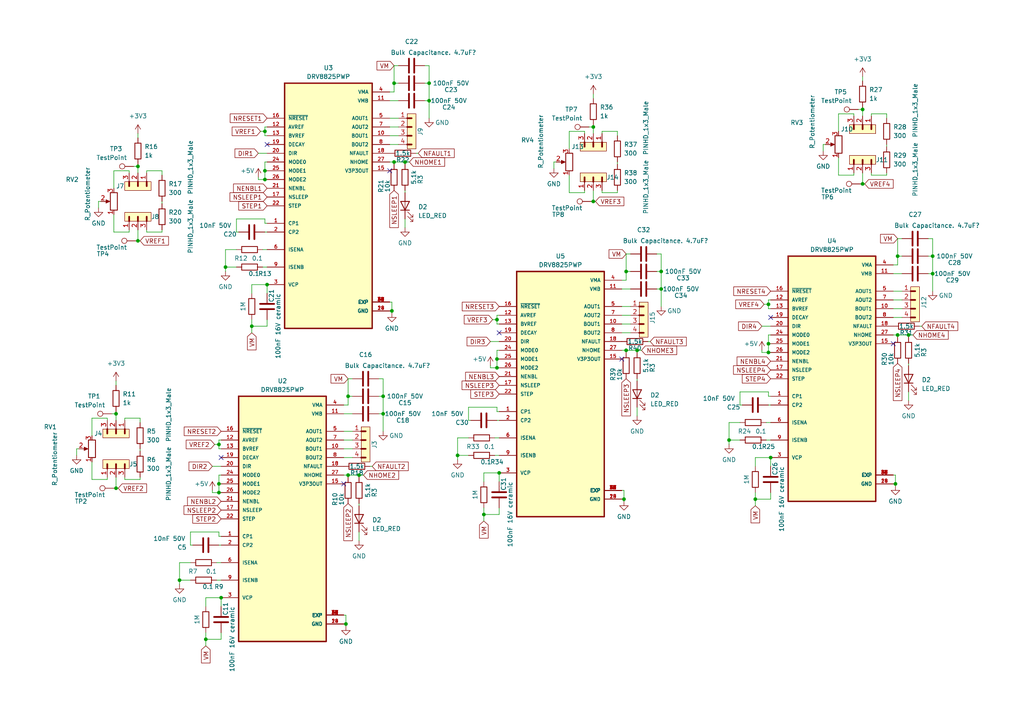
<source format=kicad_sch>
(kicad_sch (version 20230121) (generator eeschema)
  (paper "A4")
  (title_block (title "Doodle Drive"))
  (junction (at 144.145 106.68))
  (junction (at 132.715 132.08))
  (junction (at 77.47 82.55))
  (junction (at 270.51 79.375))
  (junction (at 104.14 137.795))
  (junction (at 52.07 168.275))
  (junction (at 222.885 88.265))
  (junction (at 191.77 83.82))
  (junction (at 117.475 46.99))
  (junction (at 144.145 92.71))
  (junction (at 270.51 74.295))
  (junction (at 65.405 77.47))
  (junction (at 33.655 141.605))
  (junction (at 114.3 46.99))
  (junction (at 260.35 97.155))
  (junction (at 73.025 94.615))
  (junction (at 181.61 78.74))
  (junction (at 100.33 180.975))
  (junction (at 250.19 53.34))
  (junction (at 222.885 99.695))
  (junction (at 140.335 149.225))
  (junction (at 33.655 120.015))
  (junction (at 76.835 38.1))
  (junction (at 184.785 101.6))
  (junction (at 263.525 97.155))
  (junction (at 191.77 78.74))
  (junction (at 180.975 144.78))
  (junction (at 250.19 31.75))
  (junction (at 76.835 52.07))
  (junction (at 223.52 132.715))
  (junction (at 172.085 58.42))
  (junction (at 76.835 49.53))
  (junction (at 260.35 74.295))
  (junction (at 111.125 120.015))
  (junction (at 181.61 101.6))
  (junction (at 40.005 69.85))
  (junction (at 100.965 114.935))
  (junction (at 219.075 144.78))
  (junction (at 222.885 102.235))
  (junction (at 172.085 36.83))
  (junction (at 59.69 185.42))
  (junction (at 124.46 29.21))
  (junction (at 114.3 24.13))
  (junction (at 111.125 114.935))
  (junction (at 211.455 127.635))
  (junction (at 144.145 104.14))
  (junction (at 144.78 137.16))
  (junction (at 40.005 48.26))
  (junction (at 124.46 24.13))
  (junction (at 63.5 142.875))
  (junction (at 63.5 128.905))
  (junction (at 100.965 137.795))
  (junction (at 259.715 140.335))
  (junction (at 113.665 90.17))
  (junction (at 63.5 140.335))
  (junction (at 64.135 173.355))
  (no_connect (at 77.47 41.91))
  (no_connect (at 113.03 49.53))
  (no_connect (at 64.135 132.715))
  (no_connect (at 144.78 96.52))
  (no_connect (at 99.695 140.335))
  (no_connect (at 259.08 99.695))
  (no_connect (at 223.52 92.075))
  (no_connect (at 180.34 104.14))
  (wire (pts (xy 46.99 67.31) (xy 46.99 66.675)))
  (wire (pts (xy 62.865 168.275) (xy 64.135 168.275)))
  (wire (pts (xy 182.88 78.74) (xy 181.61 78.74)))
  (wire (pts (xy 76.835 38.1) (xy 76.835 39.37)))
  (wire (pts (xy 184.785 101.6) (xy 186.055 101.6)))
  (wire (pts (xy 259.08 97.155) (xy 260.35 97.155)))
  (wire (pts (xy 222.885 89.535) (xy 223.52 89.535)))
  (wire (pts (xy 184.785 118.11) (xy 184.785 120.65)))
  (wire (pts (xy 63.5 137.795) (xy 63.5 140.335)))
  (wire (pts (xy 100.965 137.795) (xy 104.14 137.795)))
  (wire (pts (xy 132.715 127) (xy 132.715 132.08)))
  (wire (pts (xy 63.5 137.795) (xy 64.135 137.795)))
  (wire (pts (xy 184.785 101.6) (xy 184.785 102.235)))
  (wire (pts (xy 211.455 127.635) (xy 211.455 128.905)))
  (wire (pts (xy 135.89 121.92) (xy 136.525 121.92)))
  (wire (pts (xy 73.025 94.615) (xy 77.47 94.615)))
  (wire (pts (xy 117.475 46.99) (xy 118.745 46.99)))
  (wire (pts (xy 252.73 33.655) (xy 252.73 33.02)))
  (wire (pts (xy 144.145 106.68) (xy 144.78 106.68)))
  (wire (pts (xy 37.465 50.165) (xy 37.465 49.53)))
  (wire (pts (xy 142.24 106.68) (xy 144.145 106.68)))
  (wire (pts (xy 111.125 109.855) (xy 109.855 109.855)))
  (wire (pts (xy 63.5 128.905) (xy 63.5 130.175)))
  (wire (pts (xy 32.385 120.015) (xy 33.655 120.015)))
  (wire (pts (xy 65.405 77.47) (xy 65.405 78.74)))
  (wire (pts (xy 259.08 79.375) (xy 261.62 79.375)))
  (wire (pts (xy 222.25 122.555) (xy 223.52 122.555)))
  (wire (pts (xy 243.205 33.02) (xy 247.65 33.02)))
  (wire (pts (xy 99.695 120.015) (xy 102.235 120.015)))
  (wire (pts (xy 249.555 53.34) (xy 250.19 53.34)))
  (wire (pts (xy 64.135 175.895) (xy 64.135 173.355)))
  (wire (pts (xy 109.855 114.935) (xy 111.125 114.935)))
  (wire (pts (xy 172.085 27.305) (xy 172.085 28.575)))
  (wire (pts (xy 191.77 83.82) (xy 191.77 88.9)))
  (wire (pts (xy 76.835 46.99) (xy 76.835 49.53)))
  (wire (pts (xy 144.145 92.71) (xy 142.875 92.71)))
  (wire (pts (xy 252.73 33.02) (xy 257.175 33.02)))
  (wire (pts (xy 222.885 97.155) (xy 222.885 99.695)))
  (wire (pts (xy 31.115 139.065) (xy 31.115 138.43)))
  (wire (pts (xy 113.665 90.17) (xy 113.03 90.17)))
  (wire (pts (xy 59.69 173.355) (xy 64.135 173.355)))
  (wire (pts (xy 111.125 120.015) (xy 111.125 125.095)))
  (wire (pts (xy 99.695 137.795) (xy 100.965 137.795)))
  (wire (pts (xy 243.205 38.1) (xy 243.205 33.02)))
  (wire (pts (xy 26.67 133.985) (xy 26.67 139.065)))
  (wire (pts (xy 238.76 43.815) (xy 238.76 41.91)))
  (wire (pts (xy 219.075 144.78) (xy 223.52 144.78)))
  (wire (pts (xy 222.885 88.265) (xy 222.885 89.535)))
  (wire (pts (xy 107.95 135.255) (xy 107.315 135.255)))
  (wire (pts (xy 104.14 154.305) (xy 104.14 156.845)))
  (wire (pts (xy 247.65 33.655) (xy 247.65 33.02)))
  (wire (pts (xy 250.19 22.225) (xy 250.19 23.495)))
  (wire (pts (xy 144.78 119.38) (xy 144.145 119.38)))
  (wire (pts (xy 113.665 87.63) (xy 113.03 87.63)))
  (wire (pts (xy 219.075 146.685) (xy 219.075 144.78)))
  (wire (pts (xy 222.885 88.265) (xy 221.615 88.265)))
  (wire (pts (xy 33.02 62.23) (xy 33.02 67.31)))
  (wire (pts (xy 223.52 144.78) (xy 223.52 142.875)))
  (wire (pts (xy 76.2 77.47) (xy 77.47 77.47)))
  (wire (pts (xy 144.78 149.225) (xy 144.78 147.32)))
  (wire (pts (xy 33.02 141.605) (xy 33.655 141.605)))
  (wire (pts (xy 33.655 110.49) (xy 33.655 111.76)))
  (wire (pts (xy 261.62 89.535) (xy 259.08 89.535)))
  (wire (pts (xy 174.625 55.245) (xy 174.625 55.88)))
  (wire (pts (xy 243.205 45.72) (xy 243.205 50.8)))
  (wire (pts (xy 33.02 54.61) (xy 33.02 49.53)))
  (wire (pts (xy 36.195 139.065) (xy 40.64 139.065)))
  (wire (pts (xy 36.195 121.92) (xy 36.195 121.285)))
  (wire (pts (xy 37.465 67.31) (xy 37.465 66.675)))
  (wire (pts (xy 144.145 104.14) (xy 144.78 104.14)))
  (wire (pts (xy 260.35 97.155) (xy 263.525 97.155)))
  (wire (pts (xy 211.455 122.555) (xy 211.455 127.635)))
  (wire (pts (xy 100.33 181.61) (xy 100.33 180.975)))
  (wire (pts (xy 250.19 31.115) (xy 250.19 31.75)))
  (wire (pts (xy 260.35 69.215) (xy 260.35 74.295)))
  (wire (pts (xy 61.595 142.875) (xy 61.595 142.24)))
  (wire (pts (xy 132.715 132.08) (xy 132.715 133.35)))
  (wire (pts (xy 40.64 121.285) (xy 40.64 122.555)))
  (wire (pts (xy 172.085 36.195) (xy 172.085 36.83)))
  (wire (pts (xy 261.62 84.455) (xy 259.08 84.455)))
  (wire (pts (xy 33.02 49.53) (xy 37.465 49.53)))
  (wire (pts (xy 238.76 41.91) (xy 239.395 41.91)))
  (wire (pts (xy 144.145 119.38) (xy 144.145 118.11)))
  (wire (pts (xy 73.025 96.52) (xy 73.025 94.615)))
  (wire (pts (xy 219.075 132.715) (xy 223.52 132.715)))
  (wire (pts (xy 77.47 36.83) (xy 76.835 36.83)))
  (wire (pts (xy 269.24 79.375) (xy 270.51 79.375)))
  (wire (pts (xy 114.3 19.05) (xy 114.3 24.13)))
  (wire (pts (xy 144.145 101.6) (xy 144.78 101.6)))
  (wire (pts (xy 104.14 137.795) (xy 104.14 138.43)))
  (wire (pts (xy 64.135 185.42) (xy 64.135 183.515)))
  (wire (pts (xy 28.575 60.325) (xy 28.575 58.42)))
  (wire (pts (xy 160.655 48.895) (xy 160.655 46.99)))
  (wire (pts (xy 76.835 46.99) (xy 77.47 46.99)))
  (wire (pts (xy 257.175 42.545) (xy 257.175 41.91)))
  (wire (pts (xy 191.77 78.74) (xy 191.77 83.82)))
  (wire (pts (xy 222.25 127.635) (xy 223.52 127.635)))
  (wire (pts (xy 190.5 78.74) (xy 191.77 78.74)))
  (wire (pts (xy 144.145 92.71) (xy 144.145 93.98)))
  (wire (pts (xy 182.88 93.98) (xy 180.34 93.98)))
  (wire (pts (xy 40.005 38.735) (xy 40.005 40.005)))
  (wire (pts (xy 113.03 46.99) (xy 114.3 46.99)))
  (wire (pts (xy 142.24 99.06) (xy 144.78 99.06)))
  (wire (pts (xy 184.785 109.855) (xy 184.785 110.49)))
  (wire (pts (xy 28.575 58.42) (xy 29.21 58.42)))
  (wire (pts (xy 123.19 29.21) (xy 124.46 29.21)))
  (wire (pts (xy 102.235 132.715) (xy 99.695 132.715)))
  (wire (pts (xy 252.73 50.165) (xy 252.73 50.8)))
  (wire (pts (xy 270.51 69.215) (xy 269.24 69.215)))
  (wire (pts (xy 124.46 29.21) (xy 124.46 34.29)))
  (wire (pts (xy 68.58 63.5) (xy 76.835 63.5)))
  (wire (pts (xy 222.885 117.475) (xy 223.52 117.475)))
  (wire (pts (xy 55.245 158.115) (xy 55.88 158.115)))
  (wire (pts (xy 63.5 140.335) (xy 64.135 140.335)))
  (wire (pts (xy 124.46 19.05) (xy 123.19 19.05)))
  (wire (pts (xy 219.075 135.255) (xy 219.075 132.715)))
  (wire (pts (xy 140.335 137.16) (xy 144.78 137.16)))
  (wire (pts (xy 263.525 105.41) (xy 263.525 106.045)))
  (wire (pts (xy 270.51 74.295) (xy 270.51 79.375)))
  (wire (pts (xy 182.88 96.52) (xy 180.34 96.52)))
  (wire (pts (xy 144.145 91.44) (xy 144.145 92.71)))
  (wire (pts (xy 211.455 122.555) (xy 214.63 122.555)))
  (wire (pts (xy 261.62 86.995) (xy 259.08 86.995)))
  (wire (pts (xy 179.07 38.1) (xy 179.07 39.37)))
  (wire (pts (xy 40.005 66.675) (xy 40.005 69.85)))
  (wire (pts (xy 76.835 36.83) (xy 76.835 38.1)))
  (wire (pts (xy 243.205 50.8) (xy 247.65 50.8)))
  (wire (pts (xy 26.67 139.065) (xy 31.115 139.065)))
  (wire (pts (xy 117.475 63.5) (xy 117.475 66.04)))
  (wire (pts (xy 64.135 155.575) (xy 63.5 155.575)))
  (wire (pts (xy 259.715 140.335) (xy 259.08 140.335)))
  (wire (pts (xy 64.135 127.635) (xy 63.5 127.635)))
  (wire (pts (xy 100.33 178.435) (xy 99.695 178.435)))
  (wire (pts (xy 55.245 154.305) (xy 63.5 154.305)))
  (wire (pts (xy 182.88 91.44) (xy 180.34 91.44)))
  (wire (pts (xy 165.1 43.18) (xy 165.1 38.1)))
  (wire (pts (xy 144.145 101.6) (xy 144.145 104.14)))
  (wire (pts (xy 76.835 64.77) (xy 76.835 63.5)))
  (wire (pts (xy 180.975 144.78) (xy 180.34 144.78)))
  (wire (pts (xy 40.005 47.625) (xy 40.005 48.26)))
  (wire (pts (xy 114.3 26.67) (xy 113.03 26.67)))
  (wire (pts (xy 261.62 92.075) (xy 259.08 92.075)))
  (wire (pts (xy 59.69 185.42) (xy 64.135 185.42)))
  (wire (pts (xy 109.855 120.015) (xy 111.125 120.015)))
  (wire (pts (xy 33.02 67.31) (xy 37.465 67.31)))
  (wire (pts (xy 144.78 91.44) (xy 144.145 91.44)))
  (wire (pts (xy 38.735 48.26) (xy 40.005 48.26)))
  (wire (pts (xy 115.57 24.13) (xy 114.3 24.13)))
  (wire (pts (xy 76.835 49.53) (xy 76.835 52.07)))
  (wire (pts (xy 76.835 67.31) (xy 77.47 67.31)))
  (wire (pts (xy 181.61 102.235) (xy 181.61 101.6)))
  (wire (pts (xy 74.93 44.45) (xy 77.47 44.45)))
  (wire (pts (xy 124.46 19.05) (xy 124.46 24.13)))
  (wire (pts (xy 222.885 99.695) (xy 223.52 99.695)))
  (wire (pts (xy 144.145 121.92) (xy 144.78 121.92)))
  (wire (pts (xy 114.3 47.625) (xy 114.3 46.99)))
  (wire (pts (xy 182.88 73.66) (xy 181.61 73.66)))
  (wire (pts (xy 26.67 121.285) (xy 31.115 121.285)))
  (wire (pts (xy 222.885 97.155) (xy 223.52 97.155)))
  (wire (pts (xy 143.51 127) (xy 144.78 127)))
  (wire (pts (xy 102.235 127.635) (xy 99.695 127.635)))
  (wire (pts (xy 171.45 58.42) (xy 172.085 58.42)))
  (wire (pts (xy 263.525 97.155) (xy 264.795 97.155)))
  (wire (pts (xy 33.655 119.38) (xy 33.655 120.015)))
  (wire (pts (xy 46.99 59.055) (xy 46.99 58.42)))
  (wire (pts (xy 102.235 125.095) (xy 99.695 125.095)))
  (wire (pts (xy 123.19 24.13) (xy 124.46 24.13)))
  (wire (pts (xy 63.5 142.875) (xy 64.135 142.875)))
  (wire (pts (xy 77.47 94.615) (xy 77.47 92.71)))
  (wire (pts (xy 135.89 121.92) (xy 135.89 118.11)))
  (wire (pts (xy 46.99 49.53) (xy 46.99 50.8)))
  (wire (pts (xy 59.69 175.895) (xy 59.69 173.355)))
  (wire (pts (xy 52.07 168.275) (xy 52.07 169.545)))
  (wire (pts (xy 68.58 67.31) (xy 69.215 67.31)))
  (wire (pts (xy 111.125 109.855) (xy 111.125 114.935)))
  (wire (pts (xy 121.285 44.45) (xy 120.65 44.45)))
  (wire (pts (xy 160.655 46.99) (xy 161.29 46.99)))
  (wire (pts (xy 250.19 31.75) (xy 250.19 33.655)))
  (wire (pts (xy 33.655 120.015) (xy 33.655 121.92)))
  (wire (pts (xy 42.545 49.53) (xy 46.99 49.53)))
  (wire (pts (xy 180.975 142.24) (xy 180.34 142.24)))
  (wire (pts (xy 174.625 55.88) (xy 179.07 55.88)))
  (wire (pts (xy 179.07 47.625) (xy 179.07 46.99)))
  (wire (pts (xy 165.1 50.8) (xy 165.1 55.88)))
  (wire (pts (xy 270.51 69.215) (xy 270.51 74.295)))
  (wire (pts (xy 100.33 180.975) (xy 99.695 180.975)))
  (wire (pts (xy 100.965 117.475) (xy 99.695 117.475)))
  (wire (pts (xy 62.865 163.195) (xy 64.135 163.195)))
  (wire (pts (xy 52.07 163.195) (xy 52.07 168.275)))
  (wire (pts (xy 65.405 72.39) (xy 68.58 72.39)))
  (wire (pts (xy 63.5 128.905) (xy 62.23 128.905)))
  (wire (pts (xy 22.225 130.175) (xy 22.86 130.175)))
  (wire (pts (xy 31.115 121.92) (xy 31.115 121.285)))
  (wire (pts (xy 180.34 101.6) (xy 181.61 101.6)))
  (wire (pts (xy 180.34 83.82) (xy 182.88 83.82)))
  (wire (pts (xy 191.77 73.66) (xy 190.5 73.66)))
  (wire (pts (xy 214.63 117.475) (xy 215.265 117.475)))
  (wire (pts (xy 140.335 149.225) (xy 140.335 147.32)))
  (wire (pts (xy 181.61 81.28) (xy 180.34 81.28)))
  (wire (pts (xy 214.63 113.665) (xy 222.885 113.665)))
  (wire (pts (xy 104.14 137.795) (xy 105.41 137.795)))
  (wire (pts (xy 247.65 50.8) (xy 247.65 50.165)))
  (wire (pts (xy 52.07 168.275) (xy 55.245 168.275)))
  (wire (pts (xy 40.64 69.85) (xy 40.005 69.85)))
  (wire (pts (xy 214.63 117.475) (xy 214.63 113.665)))
  (wire (pts (xy 165.1 38.1) (xy 169.545 38.1)))
  (wire (pts (xy 181.61 73.66) (xy 181.61 78.74)))
  (wire (pts (xy 260.35 74.295) (xy 260.35 76.835)))
  (wire (pts (xy 182.88 88.9) (xy 180.34 88.9)))
  (wire (pts (xy 76.835 49.53) (xy 77.47 49.53)))
  (wire (pts (xy 143.51 132.08) (xy 144.78 132.08)))
  (wire (pts (xy 102.235 109.855) (xy 100.965 109.855)))
  (wire (pts (xy 73.025 85.09) (xy 73.025 82.55)))
  (wire (pts (xy 172.72 58.42) (xy 172.085 58.42)))
  (wire (pts (xy 55.245 158.115) (xy 55.245 154.305)))
  (wire (pts (xy 117.475 55.245) (xy 117.475 55.88)))
  (wire (pts (xy 179.07 55.88) (xy 179.07 55.245)))
  (wire (pts (xy 248.92 31.75) (xy 250.19 31.75)))
  (wire (pts (xy 113.03 29.21) (xy 115.57 29.21)))
  (wire (pts (xy 257.175 33.02) (xy 257.175 34.29)))
  (wire (pts (xy 252.73 50.8) (xy 257.175 50.8)))
  (wire (pts (xy 39.37 69.85) (xy 40.005 69.85)))
  (wire (pts (xy 220.98 102.235) (xy 220.98 101.6)))
  (wire (pts (xy 63.5 140.335) (xy 63.5 142.875)))
  (wire (pts (xy 181.61 101.6) (xy 184.785 101.6)))
  (wire (pts (xy 180.975 145.415) (xy 180.975 144.78)))
  (wire (pts (xy 172.085 55.245) (xy 172.085 58.42)))
  (wire (pts (xy 172.085 36.83) (xy 172.085 38.735)))
  (wire (pts (xy 73.025 82.55) (xy 77.47 82.55)))
  (wire (pts (xy 61.595 135.255) (xy 64.135 135.255)))
  (wire (pts (xy 142.24 106.68) (xy 142.24 106.045)))
  (wire (pts (xy 140.335 139.7) (xy 140.335 137.16)))
  (wire (pts (xy 263.525 113.665) (xy 263.525 116.205)))
  (wire (pts (xy 100.965 114.935) (xy 100.965 117.475)))
  (wire (pts (xy 36.195 138.43) (xy 36.195 139.065)))
  (wire (pts (xy 63.5 158.115) (xy 64.135 158.115)))
  (wire (pts (xy 74.93 52.07) (xy 76.835 52.07)))
  (wire (pts (xy 140.335 151.13) (xy 140.335 149.225)))
  (wire (pts (xy 40.005 48.26) (xy 40.005 50.165)))
  (wire (pts (xy 211.455 127.635) (xy 214.63 127.635)))
  (wire (pts (xy 144.145 93.98) (xy 144.78 93.98)))
  (wire (pts (xy 113.665 90.805) (xy 113.665 90.17)))
  (wire (pts (xy 59.69 187.325) (xy 59.69 185.42)))
  (wire (pts (xy 223.52 86.995) (xy 222.885 86.995)))
  (wire (pts (xy 115.57 36.83) (xy 113.03 36.83)))
  (wire (pts (xy 22.225 132.08) (xy 22.225 130.175)))
  (wire (pts (xy 169.545 38.735) (xy 169.545 38.1)))
  (wire (pts (xy 52.07 163.195) (xy 55.245 163.195)))
  (wire (pts (xy 76.835 39.37) (xy 77.47 39.37)))
  (wire (pts (xy 34.29 141.605) (xy 33.655 141.605)))
  (wire (pts (xy 124.46 24.13) (xy 124.46 29.21)))
  (wire (pts (xy 259.715 140.97) (xy 259.715 140.335)))
  (wire (pts (xy 59.69 185.42) (xy 59.69 183.515)))
  (wire (pts (xy 132.715 127) (xy 135.89 127)))
  (wire (pts (xy 115.57 34.29) (xy 113.03 34.29)))
  (wire (pts (xy 174.625 38.735) (xy 174.625 38.1)))
  (wire (pts (xy 77.47 85.09) (xy 77.47 82.55)))
  (wire (pts (xy 223.52 114.935) (xy 222.885 114.935)))
  (wire (pts (xy 223.52 135.255) (xy 223.52 132.715)))
  (wire (pts (xy 111.125 114.935) (xy 111.125 120.015)))
  (wire (pts (xy 104.14 146.05) (xy 104.14 146.685)))
  (wire (pts (xy 260.35 76.835) (xy 259.08 76.835)))
  (wire (pts (xy 259.715 140.335) (xy 259.715 137.795)))
  (wire (pts (xy 65.405 72.39) (xy 65.405 77.47)))
  (wire (pts (xy 114.3 24.13) (xy 114.3 26.67)))
  (wire (pts (xy 263.525 97.155) (xy 263.525 97.79)))
  (wire (pts (xy 77.47 64.77) (xy 76.835 64.77)))
  (wire (pts (xy 132.715 132.08) (xy 135.89 132.08)))
  (wire (pts (xy 259.715 137.795) (xy 259.08 137.795)))
  (wire (pts (xy 68.58 67.31) (xy 68.58 63.5)))
  (wire (pts (xy 222.885 99.695) (xy 222.885 102.235)))
  (wire (pts (xy 36.195 121.285) (xy 40.64 121.285)))
  (wire (pts (xy 115.57 39.37) (xy 113.03 39.37)))
  (wire (pts (xy 165.1 55.88) (xy 169.545 55.88)))
  (wire (pts (xy 191.77 73.66) (xy 191.77 78.74)))
  (wire (pts (xy 144.145 104.14) (xy 144.145 106.68)))
  (wire (pts (xy 40.64 130.81) (xy 40.64 130.175)))
  (wire (pts (xy 63.5 155.575) (xy 63.5 154.305)))
  (wire (pts (xy 169.545 55.88) (xy 169.545 55.245)))
  (wire (pts (xy 42.545 67.31) (xy 46.99 67.31)))
  (wire (pts (xy 114.3 46.99) (xy 117.475 46.99)))
  (wire (pts (xy 260.35 97.79) (xy 260.35 97.155)))
  (wire (pts (xy 76.835 52.07) (xy 77.47 52.07)))
  (wire (pts (xy 76.835 38.1) (xy 75.565 38.1)))
  (wire (pts (xy 267.335 94.615) (xy 266.7 94.615)))
  (wire (pts (xy 73.025 94.615) (xy 73.025 92.71)))
  (wire (pts (xy 222.885 86.995) (xy 222.885 88.265)))
  (wire (pts (xy 117.475 46.99) (xy 117.475 47.625)))
  (wire (pts (xy 33.655 138.43) (xy 33.655 141.605)))
  (wire (pts (xy 65.405 77.47) (xy 68.58 77.47)))
  (wire (pts (xy 220.98 94.615) (xy 223.52 94.615)))
  (wire (pts (xy 219.075 144.78) (xy 219.075 142.875)))
  (wire (pts (xy 188.595 99.06) (xy 187.96 99.06)))
  (wire (pts (xy 100.33 180.975) (xy 100.33 178.435)))
  (wire (pts (xy 115.57 19.05) (xy 114.3 19.05)))
  (wire (pts (xy 261.62 69.215) (xy 260.35 69.215)))
  (wire (pts (xy 74.93 52.07) (xy 74.93 51.435)))
  (wire (pts (xy 42.545 66.675) (xy 42.545 67.31)))
  (wire (pts (xy 257.175 50.8) (xy 257.175 50.165)))
  (wire (pts (xy 100.965 109.855) (xy 100.965 114.935)))
  (wire (pts (xy 269.24 74.295) (xy 270.51 74.295)))
  (wire (pts (xy 190.5 83.82) (xy 191.77 83.82)))
  (wire (pts (xy 180.975 144.78) (xy 180.975 142.24)))
  (wire (pts (xy 61.595 142.875) (xy 63.5 142.875)))
  (wire (pts (xy 63.5 130.175) (xy 64.135 130.175)))
  (wire (pts (xy 42.545 50.165) (xy 42.545 49.53)))
  (wire (pts (xy 261.62 74.295) (xy 260.35 74.295)))
  (wire (pts (xy 220.98 102.235) (xy 222.885 102.235)))
  (wire (pts (xy 135.89 118.11) (xy 144.145 118.11)))
  (wire (pts (xy 102.235 130.175) (xy 99.695 130.175)))
  (wire (pts (xy 26.67 126.365) (xy 26.67 121.285)))
  (wire (pts (xy 250.825 53.34) (xy 250.19 53.34)))
  (wire (pts (xy 222.885 114.935) (xy 222.885 113.665)))
  (wire (pts (xy 140.335 149.225) (xy 144.78 149.225)))
  (wire (pts (xy 40.64 139.065) (xy 40.64 138.43)))
  (wire (pts (xy 115.57 41.91) (xy 113.03 41.91)))
  (wire (pts (xy 63.5 127.635) (xy 63.5 128.905)))
  (wire (pts (xy 100.965 138.43) (xy 100.965 137.795)))
  (wire (pts (xy 174.625 38.1) (xy 179.07 38.1)))
  (wire (pts (xy 270.51 79.375) (xy 270.51 84.455)))
  (wire (pts (xy 170.815 36.83) (xy 172.085 36.83)))
  (wire (pts (xy 102.235 114.935) (xy 100.965 114.935)))
  (wire (pts (xy 144.78 139.7) (xy 144.78 137.16)))
  (wire (pts (xy 222.885 102.235) (xy 223.52 102.235)))
  (wire (pts (xy 250.19 50.165) (xy 250.19 53.34)))
  (wire (pts (xy 113.665 90.17) (xy 113.665 87.63)))
  (wire (pts (xy 76.2 72.39) (xy 77.47 72.39)))
  (wire (pts (xy 181.61 78.74) (xy 181.61 81.28)))
  (global_label "NRESET4" (shape input) (at 223.52 84.455 180) (property "Intersheetrefs" "${INTERSHEET_REFS}" (effects hide)))
  (global_label "VM" (shape input) (at 59.69 187.325 270) (property "Intersheetrefs" "${INTERSHEET_REFS}" (effects hide)))
  (global_label "DIR3" (shape input) (at 142.24 99.06 180) (property "Intersheetrefs" "${INTERSHEET_REFS}" (effects hide)))
  (global_label "NHOME2" (shape input) (at 105.41 137.795 0) (property "Intersheetrefs" "${INTERSHEET_REFS}" (effects hide)))
  (global_label "VREF2" (shape input) (at 34.29 141.605 0) (property "Intersheetrefs" "${INTERSHEET_REFS}" (effects hide)))
  (global_label "VM" (shape input) (at 73.025 96.52 270) (property "Intersheetrefs" "${INTERSHEET_REFS}" (effects hide)))
  (global_label "NRESET2" (shape input) (at 64.135 125.095 180) (property "Intersheetrefs" "${INTERSHEET_REFS}" (effects hide)))
  (global_label "NSLEEP2" (shape input) (at 64.135 147.955 180) (property "Intersheetrefs" "${INTERSHEET_REFS}" (effects hide)))
  (global_label "VREF4" (shape input) (at 221.615 88.265 180) (property "Intersheetrefs" "${INTERSHEET_REFS}" (effects hide)))
  (global_label "NSLEEP4" (shape input) (at 260.35 105.41 270) (property "Intersheetrefs" "${INTERSHEET_REFS}" (effects hide)))
  (global_label "NHOME4" (shape input) (at 264.795 97.155 0) (property "Intersheetrefs" "${INTERSHEET_REFS}" (effects hide)))
  (global_label "STEP1" (shape input) (at 77.47 59.69 180) (property "Intersheetrefs" "${INTERSHEET_REFS}" (effects hide)))
  (global_label "DIR1" (shape input) (at 74.93 44.45 180) (property "Intersheetrefs" "${INTERSHEET_REFS}" (effects hide)))
  (global_label "VM" (shape input) (at 100.965 109.855 180) (property "Intersheetrefs" "${INTERSHEET_REFS}" (effects hide)))
  (global_label "VM" (shape input) (at 181.61 73.66 180) (property "Intersheetrefs" "${INTERSHEET_REFS}" (effects hide)))
  (global_label "VM" (shape input) (at 114.3 19.05 180) (property "Intersheetrefs" "${INTERSHEET_REFS}" (effects hide)))
  (global_label "NFAULT2" (shape input) (at 107.95 135.255 0) (property "Intersheetrefs" "${INTERSHEET_REFS}" (effects hide)))
  (global_label "VM" (shape input) (at 260.35 69.215 180) (property "Intersheetrefs" "${INTERSHEET_REFS}" (effects hide)))
  (global_label "VREF1" (shape input) (at 75.565 38.1 180) (property "Intersheetrefs" "${INTERSHEET_REFS}" (effects hide)))
  (global_label "STEP2" (shape input) (at 64.135 150.495 180) (property "Intersheetrefs" "${INTERSHEET_REFS}" (effects hide)))
  (global_label "NSLEEP3" (shape input) (at 181.61 109.855 270) (property "Intersheetrefs" "${INTERSHEET_REFS}" (effects hide)))
  (global_label "STEP3" (shape input) (at 144.78 114.3 180) (property "Intersheetrefs" "${INTERSHEET_REFS}" (effects hide)))
  (global_label "VM" (shape input) (at 219.075 146.685 270) (property "Intersheetrefs" "${INTERSHEET_REFS}" (effects hide)))
  (global_label "NRESET1" (shape input) (at 77.47 34.29 180) (property "Intersheetrefs" "${INTERSHEET_REFS}" (effects hide)))
  (global_label "NHOME1" (shape input) (at 118.745 46.99 0) (property "Intersheetrefs" "${INTERSHEET_REFS}" (effects hide)))
  (global_label "NSLEEP1" (shape input) (at 114.3 55.245 270) (property "Intersheetrefs" "${INTERSHEET_REFS}" (effects hide)))
  (global_label "VREF4" (shape input) (at 250.825 53.34 0) (property "Intersheetrefs" "${INTERSHEET_REFS}" (effects hide)))
  (global_label "NENBL2" (shape input) (at 64.135 145.415 180) (property "Intersheetrefs" "${INTERSHEET_REFS}" (effects hide)))
  (global_label "NSLEEP4" (shape input) (at 223.52 107.315 180) (property "Intersheetrefs" "${INTERSHEET_REFS}" (effects hide)))
  (global_label "NFAULT4" (shape input) (at 267.335 94.615 0) (property "Intersheetrefs" "${INTERSHEET_REFS}" (effects hide)))
  (global_label "VREF3" (shape input) (at 172.72 58.42 0) (property "Intersheetrefs" "${INTERSHEET_REFS}" (effects hide)))
  (global_label "NRESET3" (shape input) (at 144.78 88.9 180) (property "Intersheetrefs" "${INTERSHEET_REFS}" (effects hide)))
  (global_label "VREF2" (shape input) (at 62.23 128.905 180) (property "Intersheetrefs" "${INTERSHEET_REFS}" (effects hide)))
  (global_label "VM" (shape input) (at 140.335 151.13 270) (property "Intersheetrefs" "${INTERSHEET_REFS}" (effects hide)))
  (global_label "VREF3" (shape input) (at 142.875 92.71 180) (property "Intersheetrefs" "${INTERSHEET_REFS}" (effects hide)))
  (global_label "NFAULT1" (shape input) (at 121.285 44.45 0) (property "Intersheetrefs" "${INTERSHEET_REFS}" (effects hide)))
  (global_label "STEP4" (shape input) (at 223.52 109.855 180) (property "Intersheetrefs" "${INTERSHEET_REFS}" (effects hide)))
  (global_label "NSLEEP2" (shape input) (at 100.965 146.05 270) (property "Intersheetrefs" "${INTERSHEET_REFS}" (effects hide)))
  (global_label "NENBL4" (shape input) (at 223.52 104.775 180) (property "Intersheetrefs" "${INTERSHEET_REFS}" (effects hide)))
  (global_label "NFAULT3" (shape input) (at 188.595 99.06 0) (property "Intersheetrefs" "${INTERSHEET_REFS}" (effects hide)))
  (global_label "NHOME3" (shape input) (at 186.055 101.6 0) (property "Intersheetrefs" "${INTERSHEET_REFS}" (effects hide)))
  (global_label "NENBL1" (shape input) (at 77.47 54.61 180) (property "Intersheetrefs" "${INTERSHEET_REFS}" (effects hide)))
  (global_label "DIR4" (shape input) (at 220.98 94.615 180) (property "Intersheetrefs" "${INTERSHEET_REFS}" (effects hide)))
  (global_label "VREF1" (shape input) (at 40.64 69.85 0) (property "Intersheetrefs" "${INTERSHEET_REFS}" (effects hide)))
  (global_label "NSLEEP3" (shape input) (at 144.78 111.76 180) (property "Intersheetrefs" "${INTERSHEET_REFS}" (effects hide)))
  (global_label "NENBL3" (shape input) (at 144.78 109.22 180) (property "Intersheetrefs" "${INTERSHEET_REFS}" (effects hide)))
  (global_label "NSLEEP1" (shape input) (at 77.47 57.15 180) (property "Intersheetrefs" "${INTERSHEET_REFS}" (effects hide)))
  (global_label "DIR2" (shape input) (at 61.595 135.255 180) (property "Intersheetrefs" "${INTERSHEET_REFS}" (effects hide)))
  (symbol (lib_id "power:GND") (at 211.455 128.905 0) (unit 1)
    (property "Reference" "#PWR048" (effects hide))
    (property "Value" "GND" (at 211.455 133.35 0))
  )
  (symbol (lib_id "power:GND") (at 259.715 140.97 0) (unit 1)
    (property "Reference" "#PWR052" (effects hide))
    (property "Value" "GND" (at 259.715 145.415 0))
  )
  (symbol (lib_id "PCM_SL_Pin_Headers:PINHD_1x4_Male") (at 119.38 38.1 0) (unit 1)
    (property "Reference" "J9" (at 121.92 39.37 90) (effects (justify left)))
    (property "Value" "PINHD_1x4_Male" (effects hide))
    (property "Footprint" "Connector_PinHeader_2.54mm:PinHeader_1x04_P2.54mm_Vertical" (effects hide))
  )
  (symbol (lib_id "Device:C") (at 73.025 67.31 270) (unit 1)
    (property "Reference" "C20" (at 64.77 67.945 90) (effects (justify left)))
    (property "Value" "10nF 50V" (at 57.785 65.405 90) (effects (justify left)))
    (property "Footprint" "Capacitor_SMD:C_0805_2012Metric" (effects hide))
  )
  (symbol (lib_id "power:GND") (at 65.405 78.74 0) (unit 1)
    (property "Reference" "#PWR036" (effects hide))
    (property "Value" "GND" (at 65.405 83.185 0))
  )
  (symbol (lib_id "PCM_SL_Pin_Headers:PINHD_1x3_Male") (at 40.005 62.865 90) (unit 1)
    (property "Reference" "J8" (at 43.815 62.865 90) (effects (justify right)))
    (property "Value" "PINHD_1x3_Male" (at 55.245 57.785 0) (effects (justify right)))
    (property "Footprint" "Connector_PinHeader_2.54mm:PinHeader_1x03_P2.54mm_Vertical" (effects hide))
  )
  (symbol (lib_id "Device:C") (at 59.69 158.115 270) (unit 1)
    (property "Reference" "C5" (at 51.435 158.75 90) (effects (justify left)))
    (property "Value" "10nF 50V" (at 44.45 156.21 90) (effects (justify left)))
    (property "Footprint" "Capacitor_SMD:C_0805_2012Metric" (effects hide))
  )
  (symbol (lib_id "PCM_SL_Devices:Resistor") (at 72.39 72.39 180) (unit 1)
    (property "Reference" "R12" (at 67.945 74.93 0) (effects (justify right)))
    (property "Value" "0.1" (at 73.025 74.93 0) (effects (justify right)))
    (property "Footprint" "Resistor_SMD:R_0805_2012Metric" (effects hide))
  )
  (symbol (lib_id "power:+5V") (at 220.98 101.6 0) (unit 1)
    (property "Reference" "#PWR049" (effects hide))
    (property "Value" "+5V" (at 217.805 99.695 0))
  )
  (symbol (lib_id "Device:LED") (at 104.14 150.495 90) (unit 1)
    (property "Reference" "D2" (at 107.95 150.8125 90) (effects (justify right)))
    (property "Value" "LED_RED" (at 107.95 153.3525 90) (effects (justify right)))
    (property "Footprint" "LED_SMD:LED_0805_2012Metric" (effects hide))
    (instances (project "Doodle Drive" (path "" (reference "D2") (unit 1)) (path "" (reference "D3") (unit 1))))
  )
  (symbol (lib_id "power:+3V3") (at 172.085 27.305 0) (unit 1)
    (property "Reference" "#PWR058" (effects hide))
    (property "Value" "+3V3" (at 172.085 22.225 0))
  )
  (symbol (lib_id "power:GND") (at 28.575 60.325 0) (unit 1)
    (property "Reference" "#PWR042" (effects hide))
    (property "Value" "GND" (at 28.575 64.77 0))
  )
  (symbol (lib_id "PCM_SL_Devices:Resistor") (at 46.99 54.61 90) (unit 1)
    (property "Reference" "R17" (at 48.895 53.34 90) (effects (justify right)))
    (property "Value" "300" (at 48.895 55.88 90) (effects (justify right)))
    (property "Footprint" "Resistor_SMD:R_0805_2012Metric" (effects hide))
  )
  (symbol (lib_id "PCM_SL_Devices:Resistor") (at 139.7 127 180) (unit 1)
    (property "Reference" "R33" (at 135.255 129.54 0) (effects (justify right)))
    (property "Value" "0.1" (at 140.335 129.54 0) (effects (justify right)))
    (property "Footprint" "Resistor_SMD:R_0805_2012Metric" (effects hide))
  )
  (symbol (lib_id "Device:LED") (at 117.475 59.69 90) (unit 1)
    (property "Reference" "D2" (at 121.285 60.0075 90) (effects (justify right)))
    (property "Value" "LED_RED" (at 121.285 62.5475 90) (effects (justify right)))
    (property "Footprint" "LED_SMD:LED_0805_2012Metric" (effects hide))
    (instances (project "Doodle Drive" (path "" (reference "D2") (unit 1)) (path "" (reference "D4") (unit 1))))
  )
  (symbol (lib_id "PCM_SL_Devices:Resistor") (at 40.005 43.815 90) (unit 1)
    (property "Reference" "R16" (at 41.91 42.545 90) (effects (justify right)))
    (property "Value" "1k" (at 41.91 45.085 90) (effects (justify right)))
    (property "Footprint" "Resistor_SMD:R_0805_2012Metric" (effects hide))
  )
  (symbol (lib_id "Device:C") (at 186.69 78.74 90) (unit 1)
    (property "Reference" "C33" (at 198.12 80.645 90))
    (property "Value" "100nF 50V" (at 198.12 78.74 90))
    (property "Footprint" "Capacitor_SMD:C_0805_2012Metric" (effects hide))
  )
  (symbol (lib_id "Device:C") (at 106.045 109.855 270) (unit 1)
    (property "Reference" "C16" (at 106.045 102.87 90))
    (property "Value" "Bulk Capacitance. 4.7uF?" (at 112.395 106.045 90))
    (property "Footprint" "Capacitor_SMD:C_0805_2012Metric" (effects hide))
  )
  (symbol (lib_id "PCM_SL_Devices:Resistor") (at 59.055 168.275 0) (unit 1)
    (property "Reference" "R9" (at 63.5 170.18 0))
    (property "Value" "0.1" (at 60.325 170.18 0))
    (property "Footprint" "Resistor_SMD:R_0805_2012Metric" (effects hide))
  )
  (symbol (lib_id "PCM_SL_Devices:Resistor") (at 40.64 134.62 90) (unit 1)
    (property "Reference" "R6" (at 42.545 133.35 90) (effects (justify right)))
    (property "Value" "300" (at 42.545 135.89 90) (effects (justify right)))
    (property "Footprint" "Resistor_SMD:R_0805_2012Metric" (effects hide))
  )
  (symbol (lib_id "PCM_SL_Pin_Headers:PINHD_1x4_Male") (at 265.43 88.265 0) (unit 1)
    (property "Reference" "J12" (at 267.97 89.535 90) (effects (justify left)))
    (property "Value" "PINHD_1x4_Male" (effects hide))
    (property "Footprint" "Connector_PinHeader_2.54mm:PinHeader_1x04_P2.54mm_Vertical" (effects hide))
  )
  (symbol (lib_id "PCM_SL_Devices:Resistor") (at 104.14 142.24 90) (unit 1)
    (property "Reference" "R3" (at 108.585 142.875 0))
    (property "Value" "5.1k" (at 106.68 142.24 0))
    (property "Footprint" "Resistor_SMD:R_0805_2012Metric" (effects hide))
    (instances (project "Doodle Drive" (path "" (reference "R3") (unit 1)) (path "" (reference "R19") (unit 1))))
  )
  (symbol (lib_id "PCM_SL_Devices:Resistor") (at 117.475 51.435 90) (unit 1)
    (property "Reference" "R3" (at 121.92 52.07 0))
    (property "Value" "5.1k" (at 120.015 51.435 0))
    (property "Footprint" "Resistor_SMD:R_0805_2012Metric" (effects hide))
    (instances (project "Doodle Drive" (path "" (reference "R3") (unit 1)) (path "" (reference "R23") (unit 1))))
  )
  (symbol (lib_id "power:GND") (at 100.33 181.61 0) (unit 1)
    (property "Reference" "#PWR016" (effects hide))
    (property "Value" "GND" (at 100.33 186.055 0))
  )
  (symbol (lib_id "Connector:TestPoint") (at 32.385 120.015 90) (unit 1)
    (property "Reference" "TP1" (at 27.305 114.935 90))
    (property "Value" "TestPoint" (at 26.035 117.475 90))
  )
  (symbol (lib_id "PCM_SL_Devices:Resistor") (at 260.35 101.6 90) (unit 1)
    (property "Reference" "R30" (at 256.54 104.14 0))
    (property "Value" "10k" (at 258.445 104.14 0))
    (property "Footprint" "Resistor_SMD:R_0805_2012Metric" (effects hide))
  )
  (symbol (lib_id "power:GND") (at 113.665 90.805 0) (unit 1)
    (property "Reference" "#PWR045" (effects hide))
    (property "Value" "GND" (at 113.665 95.25 0))
  )
  (symbol (lib_id "PCM_SL_Devices:Resistor") (at 184.15 99.06 0) (unit 1)
    (property "Reference" "R40" (at 184.15 100.965 0))
    (property "Value" "1.5k" (at 184.15 99.06 0))
    (property "Footprint" "Resistor_SMD:R_0805_2012Metric" (effects hide))
  )
  (symbol (lib_id "PCM_SL_Pin_Headers:PINHD_1x3_Male") (at 33.655 125.73 270) (unit 1)
    (property "Reference" "J4" (at 27.305 125.73 90) (effects (justify left)))
    (property "Value" "PINHD_1x3_Male" (at 48.895 112.395 0) (effects (justify left)))
    (property "Footprint" "Connector_PinHeader_2.54mm:PinHeader_1x03_P2.54mm_Vertical" (effects hide))
  )
  (symbol (lib_id "Device:R_Potentiometer") (at 26.67 130.175 180) (unit 1)
    (property "Reference" "RV1" (at 12.7 123.825 0) (effects (justify right)))
    (property "Value" "R_Potentiometer" (at 15.875 140.97 90) (effects (justify right)))
  )
  (symbol (lib_id "power:+5V") (at 74.93 51.435 0) (unit 1)
    (property "Reference" "#PWR039" (effects hide))
    (property "Value" "+5V" (at 71.755 49.53 0))
  )
  (symbol (lib_id "power:+5V") (at 142.24 106.045 0) (unit 1)
    (property "Reference" "#PWR056" (effects hide))
    (property "Value" "+5V" (at 139.065 104.14 0))
  )
  (symbol (lib_id "power:GND") (at 132.715 133.35 0) (unit 1)
    (property "Reference" "#PWR055" (effects hide))
    (property "Value" "GND" (at 132.715 137.795 0))
  )
  (symbol (lib_id "power:GND") (at 191.77 88.9 0) (unit 1)
    (property "Reference" "#PWR061" (effects hide))
    (property "Value" "GND" (at 195.58 90.17 0))
  )
  (symbol (lib_id "power:GND") (at 124.46 34.29 0) (unit 1)
    (property "Reference" "#PWR047" (effects hide))
    (property "Value" "GND" (at 128.27 35.56 0))
  )
  (symbol (lib_id "Device:C") (at 265.43 79.375 90) (unit 1)
    (property "Reference" "C29" (at 276.225 81.28 90))
    (property "Value" "100nF 50V" (at 276.225 79.375 90))
    (property "Footprint" "Capacitor_SMD:C_0805_2012Metric" (effects hide))
  )
  (symbol (lib_id "Device:C") (at 219.075 117.475 270) (unit 1)
    (property "Reference" "C25" (at 210.82 118.11 90) (effects (justify left)))
    (property "Value" "10nF 50V" (at 203.835 115.57 90) (effects (justify left)))
    (property "Footprint" "Capacitor_SMD:C_0805_2012Metric" (effects hide))
  )
  (symbol (lib_id "power:GND") (at 117.475 66.04 0) (unit 1)
    (property "Reference" "#PWR014" (effects hide))
    (property "Value" "GND" (at 117.475 70.485 0))
    (instances (project "Doodle Drive" (path "" (reference "#PWR014") (unit 1)) (path "" (reference "#PWR046") (unit 1))))
  )
  (symbol (lib_id "Device:C") (at 265.43 74.295 90) (unit 1)
    (property "Reference" "C28" (at 276.86 76.2 90))
    (property "Value" "100nF 50V" (at 276.86 74.295 90))
    (property "Footprint" "Capacitor_SMD:C_0805_2012Metric" (effects hide))
  )
  (symbol (lib_id "power:GND") (at 270.51 84.455 0) (unit 1)
    (property "Reference" "#PWR054" (effects hide))
    (property "Value" "GND" (at 274.32 85.725 0))
  )
  (symbol (lib_id "power:GND") (at 104.14 156.845 0) (unit 1)
    (property "Reference" "#PWR014" (effects hide))
    (property "Value" "GND" (at 104.14 161.29 0))
    (instances (project "Doodle Drive" (path "" (reference "#PWR014") (unit 1)) (path "" (reference "#PWR043") (unit 1))))
  )
  (symbol (lib_id "Connector:TestPoint") (at 38.735 48.26 90) (unit 1)
    (property "Reference" "TP3" (at 33.655 43.18 90))
    (property "Value" "TestPoint" (at 32.385 45.72 90))
  )
  (symbol (lib_id "Device:R_Potentiometer") (at 165.1 46.99 180) (unit 1)
    (property "Reference" "RV4" (at 151.13 40.64 0) (effects (justify right)))
    (property "Value" "R_Potentiometer" (at 156.845 48.895 90) (effects (justify right)))
  )
  (symbol (lib_id "PCM_SL_Pin_Headers:PINHD_1x3_Male") (at 250.19 37.465 270) (unit 1)
    (property "Reference" "J10" (at 243.84 37.465 90) (effects (justify left)))
    (property "Value" "PINHD_1x3_Male" (at 265.43 24.13 0) (effects (justify left)))
    (property "Footprint" "Connector_PinHeader_2.54mm:PinHeader_1x03_P2.54mm_Vertical" (effects hide))
  )
  (symbol (lib_id "PCM_SL_Devices:Resistor") (at 250.19 27.305 90) (unit 1)
    (property "Reference" "R27" (at 252.095 26.035 90) (effects (justify right)))
    (property "Value" "1k" (at 252.095 28.575 90) (effects (justify right)))
    (property "Footprint" "Resistor_SMD:R_0805_2012Metric" (effects hide))
  )
  (symbol (lib_id "PCM_SL_Devices:Resistor") (at 179.07 43.18 90) (unit 1)
    (property "Reference" "R37" (at 180.975 41.91 90) (effects (justify right)))
    (property "Value" "300" (at 180.975 44.45 90) (effects (justify right)))
    (property "Footprint" "Resistor_SMD:R_0805_2012Metric" (effects hide))
  )
  (symbol (lib_id "Device:LED") (at 263.525 109.855 90) (unit 1)
    (property "Reference" "D2" (at 267.335 110.1725 90) (effects (justify right)))
    (property "Value" "LED_RED" (at 267.335 112.7125 90) (effects (justify right)))
    (property "Footprint" "LED_SMD:LED_0805_2012Metric" (effects hide))
    (instances (project "Doodle Drive" (path "" (reference "D2") (unit 1)) (path "" (reference "D5") (unit 1))))
  )
  (symbol (lib_id "Device:C") (at 106.045 114.935 90) (unit 1)
    (property "Reference" "C15" (at 117.475 116.84 90))
    (property "Value" "100nF 50V" (at 117.475 114.935 90))
    (property "Footprint" "Capacitor_SMD:C_0805_2012Metric" (effects hide))
  )
  (symbol (lib_id "PCM_SL_Devices:Resistor") (at 257.175 38.1 90) (unit 1)
    (property "Reference" "R28" (at 259.08 36.83 90) (effects (justify right)))
    (property "Value" "300" (at 259.08 39.37 90) (effects (justify right)))
    (property "Footprint" "Resistor_SMD:R_0805_2012Metric" (effects hide))
  )
  (symbol (lib_id "PCM_SL_Devices:Resistor") (at 257.175 46.355 90) (unit 1)
    (property "Reference" "R29" (at 259.08 45.085 90) (effects (justify right)))
    (property "Value" "300" (at 259.08 47.625 90) (effects (justify right)))
    (property "Footprint" "Resistor_SMD:R_0805_2012Metric" (effects hide))
  )
  (symbol (lib_id "DRV8825PWP:DRV8825PWP") (at 162.56 114.3 0) (unit 1)
    (property "Reference" "U5" (at 162.56 74.295 0))
    (property "Value" "DRV8825PWP" (at 162.56 76.835 0))
    (property "Footprint" "DRV8825PWP:IC_TPS61196PWPRQ1" (effects hide))
    (property "Datasheet" "https://datasheet.lcsc.com/lcsc/1810151711_Texas-Instruments-DRV8825PWPR_C81582.pdf" (effects hide))
    (property "MF" "Texas Instruments" (effects hide))
    (property "MOUSER-PURCHASE-URL" "https://snapeda.com/shop?store=Mouser&id=52585" (effects hide))
    (property "DESCRIPTION" "45-V, 2.5-A bipolar stepper motor driver with current regulation and 1/32 microstepping 28-HTSSOP -40 to 85" (effects hide))
    (property "PACKAGE" "HTSSOP-28 Texas Instruments" (effects hide))
    (property "PRICE" "None" (effects hide))
    (property "Package" "HTSSOP-28 Texas Instruments" (effects hide))
    (property "Check_prices" "https://www.snapeda.com/parts/DRV8825PWP/Texas+Instruments/view-part/?ref=eda" (effects hide))
    (property "TEXAS_INSTRUMENTS-PURCHASE-URL" "https://snapeda.com/shop?store=Texas+Instruments&id=52585" (effects hide))
    (property "Price" "None" (effects hide))
    (property "SnapEDA_Link" "https://www.snapeda.com/parts/DRV8825PWP/Texas+Instruments/view-part/?ref=snap" (effects hide))
    (property "MP" "DRV8825PWP" (effects hide))
    (property "DIGIKEY-PURCHASE-URL" "https://snapeda.com/shop?store=DigiKey&id=52585" (effects hide))
    (property "Purchase-URL" "https://www.snapeda.com/api/url_track_click_mouser/?unipart_id=52585&manufacturer=Texas Instruments&part_name=DRV8825PWP&search_term=None" (effects hide))
    (property "Availability" "In Stock" (effects hide))
    (property "AVAILABILITY" "Good" (effects hide))
    (property "Description" "\n45-V, 2.5-A bipolar stepper motor driver with current regulation and 1/32 microstepping  \n" (effects hide))
  )
  (symbol (lib_id "PCM_SL_Pin_Headers:PINHD_1x3_Male") (at 250.19 46.355 90) (unit 1)
    (property "Reference" "J11" (at 254 46.355 90) (effects (justify right)))
    (property "Value" "PINHD_1x3_Male" (at 265.43 41.275 0) (effects (justify right)))
    (property "Footprint" "Connector_PinHeader_2.54mm:PinHeader_1x03_P2.54mm_Vertical" (effects hide))
  )
  (symbol (lib_id "Device:C") (at 119.38 24.13 90) (unit 1)
    (property "Reference" "C23" (at 130.81 26.035 90))
    (property "Value" "100nF 50V" (at 130.81 24.13 90))
    (property "Footprint" "Capacitor_SMD:C_0805_2012Metric" (effects hide))
  )
  (symbol (lib_id "power:GND") (at 238.76 43.815 0) (unit 1)
    (property "Reference" "#PWR050" (effects hide))
    (property "Value" "GND" (at 238.76 48.26 0))
  )
  (symbol (lib_id "Connector:TestPoint") (at 249.555 53.34 90) (unit 1)
    (property "Reference" "TP6" (at 240.03 57.15 90))
    (property "Value" "TestPoint" (at 242.57 55.245 90))
  )
  (symbol (lib_id "Device:C") (at 106.045 120.015 90) (unit 1)
    (property "Reference" "C18" (at 116.84 121.92 90))
    (property "Value" "100nF 50V" (at 116.84 120.015 90))
    (property "Footprint" "Capacitor_SMD:C_0805_2012Metric" (effects hide))
  )
  (symbol (lib_id "Device:C") (at 140.335 121.92 270) (unit 1)
    (property "Reference" "C30" (at 132.08 122.555 90) (effects (justify left)))
    (property "Value" "10nF 50V" (at 125.095 120.015 90) (effects (justify left)))
    (property "Footprint" "Capacitor_SMD:C_0805_2012Metric" (effects hide))
  )
  (symbol (lib_id "Device:C") (at 265.43 69.215 270) (unit 1)
    (property "Reference" "C27" (at 265.43 62.23 90))
    (property "Value" "Bulk Capacitance. 4.7uF?" (at 271.78 65.405 90))
    (property "Footprint" "Capacitor_SMD:C_0805_2012Metric" (effects hide))
  )
  (symbol (lib_id "power:GND") (at 22.225 132.08 0) (unit 1)
    (property "Reference" "#PWR040" (effects hide))
    (property "Value" "GND" (at 22.225 136.525 0))
  )
  (symbol (lib_id "PCM_SL_Devices:Resistor") (at 46.99 62.865 90) (unit 1)
    (property "Reference" "R20" (at 48.895 61.595 90) (effects (justify right)))
    (property "Value" "300" (at 48.895 64.135 90) (effects (justify right)))
    (property "Footprint" "Resistor_SMD:R_0805_2012Metric" (effects hide))
  )
  (symbol (lib_id "DRV8825PWP:DRV8825PWP") (at 81.915 150.495 0) (unit 1)
    (property "Reference" "U2" (at 81.915 110.49 0))
    (property "Value" "DRV8825PWP" (at 81.915 113.03 0))
    (property "Footprint" "DRV8825PWP:IC_TPS61196PWPRQ1" (effects hide))
    (property "Datasheet" "https://datasheet.lcsc.com/lcsc/1810151711_Texas-Instruments-DRV8825PWPR_C81582.pdf" (effects hide))
    (property "MF" "Texas Instruments" (effects hide))
    (property "MOUSER-PURCHASE-URL" "https://snapeda.com/shop?store=Mouser&id=52585" (effects hide))
    (property "DESCRIPTION" "45-V, 2.5-A bipolar stepper motor driver with current regulation and 1/32 microstepping 28-HTSSOP -40 to 85" (effects hide))
    (property "PACKAGE" "HTSSOP-28 Texas Instruments" (effects hide))
    (property "PRICE" "None" (effects hide))
    (property "Package" "HTSSOP-28 Texas Instruments" (effects hide))
    (property "Check_prices" "https://www.snapeda.com/parts/DRV8825PWP/Texas+Instruments/view-part/?ref=eda" (effects hide))
    (property "TEXAS_INSTRUMENTS-PURCHASE-URL" "https://snapeda.com/shop?store=Texas+Instruments&id=52585" (effects hide))
    (property "Price" "None" (effects hide))
    (property "SnapEDA_Link" "https://www.snapeda.com/parts/DRV8825PWP/Texas+Instruments/view-part/?ref=snap" (effects hide))
    (property "MP" "DRV8825PWP" (effects hide))
    (property "DIGIKEY-PURCHASE-URL" "https://snapeda.com/shop?store=DigiKey&id=52585" (effects hide))
    (property "Purchase-URL" "https://www.snapeda.com/api/url_track_click_mouser/?unipart_id=52585&manufacturer=Texas Instruments&part_name=DRV8825PWP&search_term=None" (effects hide))
    (property "Availability" "In Stock" (effects hide))
    (property "AVAILABILITY" "Good" (effects hide))
    (property "Description" "\n45-V, 2.5-A bipolar stepper motor driver with current regulation and 1/32 microstepping  \n" (effects hide))
  )
  (symbol (lib_id "power:+3V3") (at 250.19 22.225 0) (unit 1)
    (property "Reference" "#PWR051" (effects hide))
    (property "Value" "+3V3" (at 250.19 17.145 0))
  )
  (symbol (lib_id "Connector:TestPoint") (at 248.92 31.75 90) (unit 1)
    (property "Reference" "TP5" (at 243.84 26.67 90))
    (property "Value" "TestPoint" (at 242.57 29.21 90))
  )
  (symbol (lib_id "PCM_SL_Devices:Resistor") (at 100.965 142.24 90) (unit 1)
    (property "Reference" "R10" (at 97.155 144.78 0))
    (property "Value" "10k" (at 99.06 144.78 0))
    (property "Footprint" "Resistor_SMD:R_0805_2012Metric" (effects hide))
  )
  (symbol (lib_id "PCM_SL_Devices:Resistor") (at 263.525 101.6 90) (unit 1)
    (property "Reference" "R3" (at 267.97 102.235 0))
    (property "Value" "5.1k" (at 266.065 101.6 0))
    (property "Footprint" "Resistor_SMD:R_0805_2012Metric" (effects hide))
    (instances (project "Doodle Drive" (path "" (reference "R3") (unit 1)) (path "" (reference "R32") (unit 1))))
  )
  (symbol (lib_id "PCM_SL_Devices:Resistor") (at 59.69 179.705 270) (unit 1)
    (property "Reference" "R14" (effects hide))
    (property "Value" "1M" (at 57.15 179.705 0))
    (property "Footprint" "Resistor_SMD:R_0805_2012Metric" (effects hide))
  )
  (symbol (lib_id "power:+3V3") (at 33.655 110.49 0) (unit 1)
    (property "Reference" "#PWR032" (effects hide))
    (property "Value" "+3V3" (at 33.655 105.41 0))
  )
  (symbol (lib_id "PCM_SL_Devices:Resistor") (at 172.085 32.385 90) (unit 1)
    (property "Reference" "R36" (at 173.99 31.115 90) (effects (justify right)))
    (property "Value" "1k" (at 173.99 33.655 90) (effects (justify right)))
    (property "Footprint" "Resistor_SMD:R_0805_2012Metric" (effects hide))
  )
  (symbol (lib_id "PCM_SL_Devices:Resistor") (at 116.84 44.45 0) (unit 1)
    (property "Reference" "R22" (at 116.84 46.355 0))
    (property "Value" "1.5k" (at 116.84 44.45 0))
    (property "Footprint" "Resistor_SMD:R_0805_2012Metric" (effects hide))
  )
  (symbol (lib_id "Device:C") (at 119.38 19.05 270) (unit 1)
    (property "Reference" "C22" (at 119.38 12.065 90))
    (property "Value" "Bulk Capacitance. 4.7uF?" (at 125.73 15.24 90))
    (property "Footprint" "Capacitor_SMD:C_0805_2012Metric" (effects hide))
  )
  (symbol (lib_id "PCM_SL_Devices:Resistor") (at 72.39 77.47 0) (unit 1)
    (property "Reference" "R13" (at 76.835 79.375 0))
    (property "Value" "0.1" (at 73.66 79.375 0))
    (property "Footprint" "Resistor_SMD:R_0805_2012Metric" (effects hide))
  )
  (symbol (lib_id "power:GND") (at 180.975 145.415 0) (unit 1)
    (property "Reference" "#PWR059" (effects hide))
    (property "Value" "GND" (at 180.975 149.86 0))
  )
  (symbol (lib_id "power:GND") (at 263.525 116.205 0) (unit 1)
    (property "Reference" "#PWR014" (effects hide))
    (property "Value" "GND" (at 263.525 120.65 0))
    (instances (project "Doodle Drive" (path "" (reference "#PWR014") (unit 1)) (path "" (reference "#PWR053") (unit 1))))
  )
  (symbol (lib_id "Device:C") (at 223.52 139.065 180) (unit 1)
    (property "Reference" "C26" (at 224.79 133.985 90) (effects (justify left)))
    (property "Value" "100nF 16V ceramic" (at 226.695 135.255 90) (effects (justify left)))
  )
  (symbol (lib_id "PCM_SL_Devices:Resistor") (at 262.89 94.615 0) (unit 1)
    (property "Reference" "R31" (at 262.89 96.52 0))
    (property "Value" "1.5k" (at 262.89 94.615 0))
    (property "Footprint" "Resistor_SMD:R_0805_2012Metric" (effects hide))
  )
  (symbol (lib_id "PCM_SL_Pin_Headers:PINHD_1x3_Male") (at 172.085 42.545 270) (unit 1)
    (property "Reference" "J13" (at 165.735 42.545 90) (effects (justify left)))
    (property "Value" "PINHD_1x3_Male" (at 187.325 29.21 0) (effects (justify left)))
    (property "Footprint" "Connector_PinHeader_2.54mm:PinHeader_1x03_P2.54mm_Vertical" (effects hide))
  )
  (symbol (lib_id "Device:C") (at 186.69 83.82 90) (unit 1)
    (property "Reference" "C34" (at 197.485 85.725 90))
    (property "Value" "100nF 50V" (at 197.485 83.82 90))
    (property "Footprint" "Capacitor_SMD:C_0805_2012Metric" (effects hide))
  )
  (symbol (lib_id "PCM_SL_Devices:Resistor") (at 73.025 88.9 270) (unit 1)
    (property "Reference" "R15" (effects hide))
    (property "Value" "1M" (at 70.485 88.9 0))
    (property "Footprint" "Resistor_SMD:R_0805_2012Metric" (effects hide))
  )
  (symbol (lib_id "PCM_SL_Devices:Resistor") (at 140.335 143.51 270) (unit 1)
    (property "Reference" "R35" (effects hide))
    (property "Value" "1M" (at 137.795 143.51 0))
    (property "Footprint" "Resistor_SMD:R_0805_2012Metric" (effects hide))
  )
  (symbol (lib_id "Connector:TestPoint") (at 170.815 36.83 90) (unit 1)
    (property "Reference" "TP7" (at 165.735 31.75 90))
    (property "Value" "TestPoint" (at 164.465 34.29 90))
  )
  (symbol (lib_id "Connector:TestPoint") (at 33.02 141.605 90) (unit 1)
    (property "Reference" "TP2" (at 23.495 145.415 90))
    (property "Value" "TestPoint" (at 26.035 143.51 90))
  )
  (symbol (lib_id "PCM_SL_Devices:Resistor") (at 218.44 127.635 0) (unit 1)
    (property "Reference" "R25" (at 222.885 129.54 0))
    (property "Value" "0.1" (at 219.71 129.54 0))
    (property "Footprint" "Resistor_SMD:R_0805_2012Metric" (effects hide))
  )
  (symbol (lib_id "PCM_SL_Devices:Resistor") (at 59.055 163.195 180) (unit 1)
    (property "Reference" "R7" (at 54.61 165.735 0) (effects (justify right)))
    (property "Value" "0.1" (at 59.69 165.735 0) (effects (justify right)))
    (property "Footprint" "Resistor_SMD:R_0805_2012Metric" (effects hide))
  )
  (symbol (lib_id "power:GND") (at 52.07 169.545 0) (unit 1)
    (property "Reference" "#PWR041" (effects hide))
    (property "Value" "GND" (at 52.07 173.99 0))
  )
  (symbol (lib_id "Connector:TestPoint") (at 39.37 69.85 90) (unit 1)
    (property "Reference" "TP4" (at 29.845 73.66 90))
    (property "Value" "TestPoint" (at 32.385 71.755 90))
  )
  (symbol (lib_id "power:GND") (at 111.125 125.095 0) (unit 1)
    (property "Reference" "#PWR017" (effects hide))
    (property "Value" "GND" (at 114.935 126.365 0))
  )
  (symbol (lib_id "PCM_SL_Devices:Resistor") (at 218.44 122.555 180) (unit 1)
    (property "Reference" "R24" (at 213.995 125.095 0) (effects (justify right)))
    (property "Value" "0.1" (at 219.075 125.095 0) (effects (justify right)))
    (property "Footprint" "Resistor_SMD:R_0805_2012Metric" (effects hide))
  )
  (symbol (lib_id "Device:R_Potentiometer") (at 243.205 41.91 180) (unit 1)
    (property "Reference" "RV3" (at 229.235 35.56 0) (effects (justify right)))
    (property "Value" "R_Potentiometer" (at 235.585 43.18 90) (effects (justify right)))
  )
  (symbol (lib_id "PCM_SL_Pin_Headers:PINHD_1x3_Male") (at 33.655 134.62 90) (unit 1)
    (property "Reference" "J5" (at 37.465 134.62 90) (effects (justify right)))
    (property "Value" "PINHD_1x3_Male" (at 48.895 129.54 0) (effects (justify right)))
    (property "Footprint" "Connector_PinHeader_2.54mm:PinHeader_1x03_P2.54mm_Vertical" (effects hide))
  )
  (symbol (lib_id "power:GND") (at 160.655 48.895 0) (unit 1)
    (property "Reference" "#PWR057" (effects hide))
    (property "Value" "GND" (at 160.655 53.34 0))
  )
  (symbol (lib_id "PCM_SL_Devices:Resistor") (at 114.3 51.435 90) (unit 1)
    (property "Reference" "R21" (at 110.49 53.975 0))
    (property "Value" "10k" (at 112.395 53.975 0))
    (property "Footprint" "Resistor_SMD:R_0805_2012Metric" (effects hide))
  )
  (symbol (lib_id "PCM_SL_Devices:Resistor") (at 184.785 106.045 90) (unit 1)
    (property "Reference" "R3" (at 189.23 106.68 0))
    (property "Value" "5.1k" (at 187.325 106.045 0))
    (property "Footprint" "Resistor_SMD:R_0805_2012Metric" (effects hide))
    (instances (project "Doodle Drive" (path "" (reference "R3") (unit 1)) (path "" (reference "R41") (unit 1))))
  )
  (symbol (lib_id "PCM_SL_Devices:Resistor") (at 139.7 132.08 0) (unit 1)
    (property "Reference" "R34" (at 144.145 133.985 0))
    (property "Value" "0.1" (at 140.97 133.985 0))
    (property "Footprint" "Resistor_SMD:R_0805_2012Metric" (effects hide))
  )
  (symbol (lib_id "Connector:TestPoint") (at 171.45 58.42 90) (unit 1)
    (property "Reference" "TP8" (at 161.925 62.23 90))
    (property "Value" "TestPoint" (at 164.465 60.325 90))
  )
  (symbol (lib_id "PCM_SL_Pin_Headers:PINHD_1x3_Male") (at 40.005 53.975 270) (unit 1)
    (property "Reference" "J7" (at 33.655 53.975 90) (effects (justify left)))
    (property "Value" "PINHD_1x3_Male" (at 55.245 40.64 0) (effects (justify left)))
    (property "Footprint" "Connector_PinHeader_2.54mm:PinHeader_1x03_P2.54mm_Vertical" (effects hide))
  )
  (symbol (lib_id "power:+3V3") (at 40.005 38.735 0) (unit 1)
    (property "Reference" "#PWR044" (effects hide))
    (property "Value" "+3V3" (at 40.005 33.655 0))
  )
  (symbol (lib_id "Device:C") (at 144.78 143.51 180) (unit 1)
    (property "Reference" "C31" (at 146.05 138.43 90) (effects (justify left)))
    (property "Value" "100nF 16V ceramic" (at 147.955 139.7 90) (effects (justify left)))
  )
  (symbol (lib_id "power:GND") (at 184.785 120.65 0) (unit 1)
    (property "Reference" "#PWR014" (effects hide))
    (property "Value" "GND" (at 184.785 125.095 0))
    (instances (project "Doodle Drive" (path "" (reference "#PWR014") (unit 1)) (path "" (reference "#PWR060") (unit 1))))
  )
  (symbol (lib_id "PCM_SL_Devices:Resistor") (at 219.075 139.065 270) (unit 1)
    (property "Reference" "R26" (effects hide))
    (property "Value" "1M" (at 216.535 139.065 0))
    (property "Footprint" "Resistor_SMD:R_0805_2012Metric" (effects hide))
  )
  (symbol (lib_id "PCM_SL_Devices:Resistor") (at 40.64 126.365 90) (unit 1)
    (property "Reference" "R5" (at 42.545 125.095 90) (effects (justify right)))
    (property "Value" "300" (at 42.545 127.635 90) (effects (justify right)))
    (property "Footprint" "Resistor_SMD:R_0805_2012Metric" (effects hide))
  )
  (symbol (lib_id "power:+5V") (at 61.595 142.24 0) (unit 1)
    (property "Reference" "#PWR033" (effects hide))
    (property "Value" "+5V" (at 58.42 140.335 0))
  )
  (symbol (lib_id "Device:LED") (at 184.785 114.3 90) (unit 1)
    (property "Reference" "D2" (at 188.595 114.6175 90) (effects (justify right)))
    (property "Value" "LED_RED" (at 188.595 117.1575 90) (effects (justify right)))
    (property "Footprint" "LED_SMD:LED_0805_2012Metric" (effects hide))
    (instances (project "Doodle Drive" (path "" (reference "D2") (unit 1)) (path "" (reference "D6") (unit 1))))
  )
  (symbol (lib_id "Device:R_Potentiometer") (at 33.02 58.42 180) (unit 1)
    (property "Reference" "RV2" (at 19.05 52.07 0) (effects (justify right)))
    (property "Value" "R_Potentiometer" (at 25.4 64.135 90) (effects (justify right)))
  )
  (symbol (lib_id "Device:C") (at 119.38 29.21 90) (unit 1)
    (property "Reference" "C24" (at 130.175 31.115 90))
    (property "Value" "100nF 50V" (at 130.175 29.21 90))
    (property "Footprint" "Capacitor_SMD:C_0805_2012Metric" (effects hide))
  )
  (symbol (lib_id "PCM_SL_Devices:Resistor") (at 103.505 135.255 0) (unit 1)
    (property "Reference" "R18" (at 103.505 137.16 0))
    (property "Value" "1.5k" (at 103.505 135.255 0))
    (property "Footprint" "Resistor_SMD:R_0805_2012Metric" (effects hide))
  )
  (symbol (lib_id "PCM_SL_Devices:Resistor") (at 179.07 51.435 90) (unit 1)
    (property "Reference" "R38" (at 180.975 50.165 90) (effects (justify right)))
    (property "Value" "300" (at 180.975 52.705 90) (effects (justify right)))
    (property "Footprint" "Resistor_SMD:R_0805_2012Metric" (effects hide))
  )
  (symbol (lib_id "Device:C") (at 186.69 73.66 270) (unit 1)
    (property "Reference" "C32" (at 186.69 66.675 90))
    (property "Value" "Bulk Capacitance. 4.7uF?" (at 193.04 69.85 90))
    (property "Footprint" "Capacitor_SMD:C_0805_2012Metric" (effects hide))
  )
  (symbol (lib_id "Device:C") (at 64.135 179.705 180) (unit 1)
    (property "Reference" "C11" (at 65.405 174.625 90) (effects (justify left)))
    (property "Value" "100nF 16V ceramic" (at 67.31 175.895 90) (effects (justify left)))
  )
  (symbol (lib_id "DRV8825PWP:DRV8825PWP") (at 241.3 109.855 0) (unit 1)
    (property "Reference" "U4" (at 241.3 69.85 0))
    (property "Value" "DRV8825PWP" (at 241.3 72.39 0))
    (property "Footprint" "DRV8825PWP:IC_TPS61196PWPRQ1" (effects hide))
    (property "Datasheet" "https://datasheet.lcsc.com/lcsc/1810151711_Texas-Instruments-DRV8825PWPR_C81582.pdf" (effects hide))
    (property "MF" "Texas Instruments" (effects hide))
    (property "MOUSER-PURCHASE-URL" "https://snapeda.com/shop?store=Mouser&id=52585" (effects hide))
    (property "DESCRIPTION" "45-V, 2.5-A bipolar stepper motor driver with current regulation and 1/32 microstepping 28-HTSSOP -40 to 85" (effects hide))
    (property "PACKAGE" "HTSSOP-28 Texas Instruments" (effects hide))
    (property "PRICE" "None" (effects hide))
    (property "Package" "HTSSOP-28 Texas Instruments" (effects hide))
    (property "Check_prices" "https://www.snapeda.com/parts/DRV8825PWP/Texas+Instruments/view-part/?ref=eda" (effects hide))
    (property "TEXAS_INSTRUMENTS-PURCHASE-URL" "https://snapeda.com/shop?store=Texas+Instruments&id=52585" (effects hide))
    (property "Price" "None" (effects hide))
    (property "SnapEDA_Link" "https://www.snapeda.com/parts/DRV8825PWP/Texas+Instruments/view-part/?ref=snap" (effects hide))
    (property "MP" "DRV8825PWP" (effects hide))
    (property "DIGIKEY-PURCHASE-URL" "https://snapeda.com/shop?store=DigiKey&id=52585" (effects hide))
    (property "Purchase-URL" "https://www.snapeda.com/api/url_track_click_mouser/?unipart_id=52585&manufacturer=Texas Instruments&part_name=DRV8825PWP&search_term=None" (effects hide))
    (property "Availability" "In Stock" (effects hide))
    (property "AVAILABILITY" "Good" (effects hide))
    (property "Description" "\n45-V, 2.5-A bipolar stepper motor driver with current regulation and 1/32 microstepping  \n" (effects hide))
  )
  (symbol (lib_id "PCM_SL_Devices:Resistor") (at 33.655 115.57 90) (unit 1)
    (property "Reference" "R11" (at 35.56 114.3 90) (effects (justify right)))
    (property "Value" "1k" (at 35.56 116.84 90) (effects (justify right)))
    (property "Footprint" "Resistor_SMD:R_0805_2012Metric" (effects hide))
  )
  (symbol (lib_id "PCM_SL_Pin_Headers:PINHD_1x3_Male") (at 172.085 51.435 90) (unit 1)
    (property "Reference" "J14" (at 175.895 51.435 90) (effects (justify right)))
    (property "Value" "PINHD_1x3_Male" (at 187.325 46.355 0) (effects (justify right)))
    (property "Footprint" "Connector_PinHeader_2.54mm:PinHeader_1x03_P2.54mm_Vertical" (effects hide))
  )
  (symbol (lib_id "DRV8825PWP:DRV8825PWP") (at 95.25 59.69 0) (unit 1)
    (property "Reference" "U3" (at 95.25 19.685 0))
    (property "Value" "DRV8825PWP" (at 95.25 22.225 0))
    (property "Footprint" "DRV8825PWP:IC_TPS61196PWPRQ1" (effects hide))
    (property "Datasheet" "https://datasheet.lcsc.com/lcsc/1810151711_Texas-Instruments-DRV8825PWPR_C81582.pdf" (effects hide))
    (property "MF" "Texas Instruments" (effects hide))
    (property "MOUSER-PURCHASE-URL" "https://snapeda.com/shop?store=Mouser&id=52585" (effects hide))
    (property "DESCRIPTION" "45-V, 2.5-A bipolar stepper motor driver with current regulation and 1/32 microstepping 28-HTSSOP -40 to 85" (effects hide))
    (property "PACKAGE" "HTSSOP-28 Texas Instruments" (effects hide))
    (property "PRICE" "None" (effects hide))
    (property "Package" "HTSSOP-28 Texas Instruments" (effects hide))
    (property "Check_prices" "https://www.snapeda.com/parts/DRV8825PWP/Texas+Instruments/view-part/?ref=eda" (effects hide))
    (property "TEXAS_INSTRUMENTS-PURCHASE-URL" "https://snapeda.com/shop?store=Texas+Instruments&id=52585" (effects hide))
    (property "Price" "None" (effects hide))
    (property "SnapEDA_Link" "https://www.snapeda.com/parts/DRV8825PWP/Texas+Instruments/view-part/?ref=snap" (effects hide))
    (property "MP" "DRV8825PWP" (effects hide))
    (property "DIGIKEY-PURCHASE-URL" "https://snapeda.com/shop?store=DigiKey&id=52585" (effects hide))
    (property "Purchase-URL" "https://www.snapeda.com/api/url_track_click_mouser/?unipart_id=52585&manufacturer=Texas Instruments&part_name=DRV8825PWP&search_term=None" (effects hide))
    (property "Availability" "In Stock" (effects hide))
    (property "AVAILABILITY" "Good" (effects hide))
    (property "Description" "\n45-V, 2.5-A bipolar stepper motor driver with current regulation and 1/32 microstepping  \n" (effects hide))
  )
  (symbol (lib_id "PCM_SL_Pin_Headers:PINHD_1x4_Male") (at 186.69 92.71 0) (unit 1)
    (property "Reference" "J15" (at 189.23 93.98 90) (effects (justify left)))
    (property "Value" "PINHD_1x4_Male" (effects hide))
    (property "Footprint" "Connector_PinHeader_2.54mm:PinHeader_1x04_P2.54mm_Vertical" (effects hide))
  )
  (symbol (lib_id "PCM_SL_Pin_Headers:PINHD_1x4_Male") (at 106.045 128.905 0) (unit 1)
    (property "Reference" "J3" (at 108.585 130.175 90) (effects (justify left)))
    (property "Value" "PINHD_1x4_Male" (effects hide))
    (property "Footprint" "Connector_PinHeader_2.54mm:PinHeader_1x04_P2.54mm_Vertical" (effects hide))
  )
  (symbol (lib_id "Device:C") (at 77.47 88.9 180) (unit 1)
    (property "Reference" "C21" (at 78.74 83.82 90) (effects (justify left)))
    (property "Value" "100nF 16V ceramic" (at 80.645 85.09 90) (effects (justify left)))
  )
  (symbol (lib_id "PCM_SL_Devices:Resistor") (at 181.61 106.045 90) (unit 1)
    (property "Reference" "R39" (at 177.8 108.585 0))
    (property "Value" "10k" (at 179.705 108.585 0))
    (property "Footprint" "Resistor_SMD:R_0805_2012Metric" (effects hide))
  )
)
</source>
